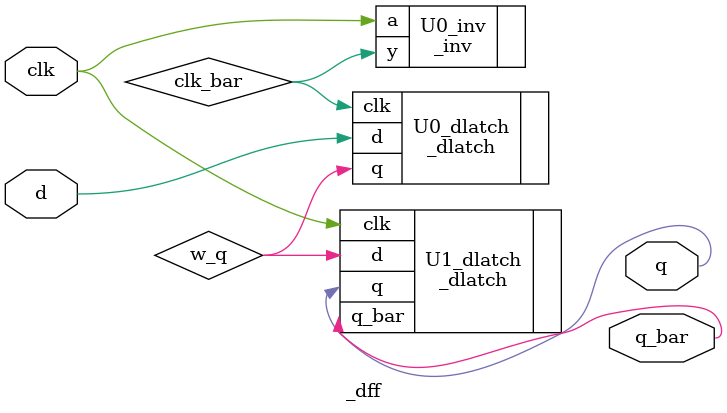
<source format=v>
module _dff(clk, d, q, q_bar);  //d flip flop 
	input clk,d;  //input
	output q,q_bar; //output
	wire clk_bar, w_q; //wire
	
	_inv U0_inv(.a(clk), .y(clk_bar));//instance inverter
	_dlatch U0_dlatch(.clk(clk_bar), .d(d), .q(w_q));	 //instance dlatch
	_dlatch U1_dlatch(.clk(clk), .d(w_q), .q(q), .q_bar(q_bar)); //instance dlatch
	
endmodule

</source>
